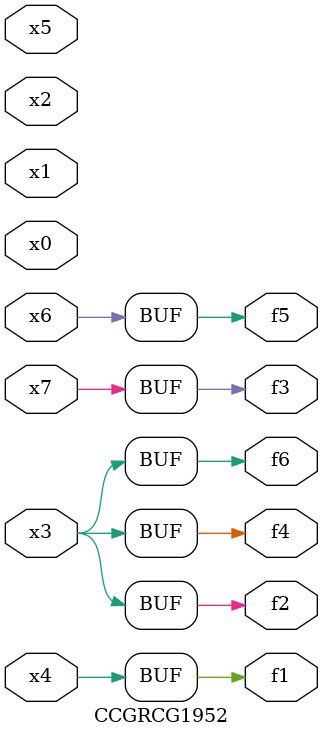
<source format=v>
module CCGRCG1952(
	input x0, x1, x2, x3, x4, x5, x6, x7,
	output f1, f2, f3, f4, f5, f6
);
	assign f1 = x4;
	assign f2 = x3;
	assign f3 = x7;
	assign f4 = x3;
	assign f5 = x6;
	assign f6 = x3;
endmodule

</source>
